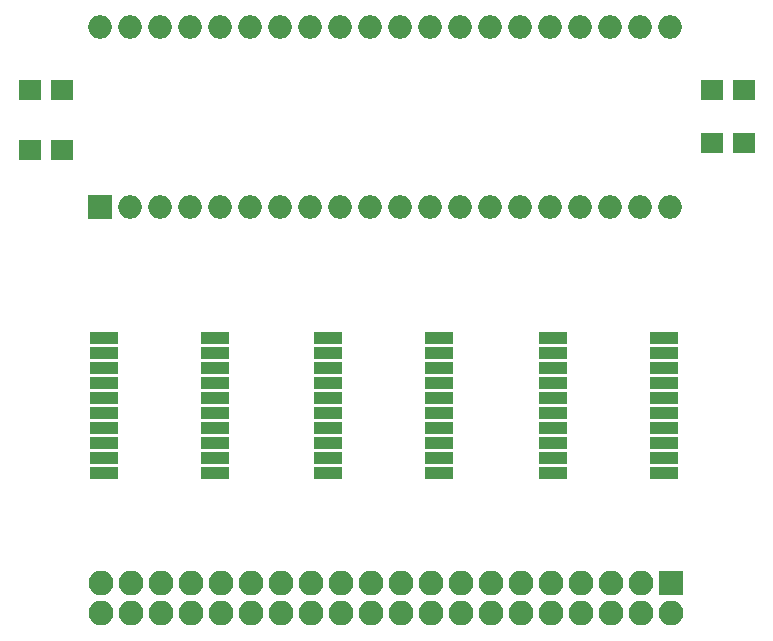
<source format=gbr>
G04 #@! TF.FileFunction,Soldermask,Top*
%FSLAX46Y46*%
G04 Gerber Fmt 4.6, Leading zero omitted, Abs format (unit mm)*
G04 Created by KiCad (PCBNEW 4.0.7) date 01/21/18 21:19:11*
%MOMM*%
%LPD*%
G01*
G04 APERTURE LIST*
%ADD10C,0.100000*%
%ADD11R,2.000000X2.000000*%
%ADD12O,2.000000X2.000000*%
%ADD13R,2.100000X2.100000*%
%ADD14O,2.100000X2.100000*%
%ADD15R,2.350000X1.000000*%
%ADD16R,1.900000X1.700000*%
G04 APERTURE END LIST*
D10*
D11*
X101092000Y-81026000D03*
D12*
X149352000Y-65786000D03*
X103632000Y-81026000D03*
X146812000Y-65786000D03*
X106172000Y-81026000D03*
X144272000Y-65786000D03*
X108712000Y-81026000D03*
X141732000Y-65786000D03*
X111252000Y-81026000D03*
X139192000Y-65786000D03*
X113792000Y-81026000D03*
X136652000Y-65786000D03*
X116332000Y-81026000D03*
X134112000Y-65786000D03*
X118872000Y-81026000D03*
X131572000Y-65786000D03*
X121412000Y-81026000D03*
X129032000Y-65786000D03*
X123952000Y-81026000D03*
X126492000Y-65786000D03*
X126492000Y-81026000D03*
X123952000Y-65786000D03*
X129032000Y-81026000D03*
X121412000Y-65786000D03*
X131572000Y-81026000D03*
X118872000Y-65786000D03*
X134112000Y-81026000D03*
X116332000Y-65786000D03*
X136652000Y-81026000D03*
X113792000Y-65786000D03*
X139192000Y-81026000D03*
X111252000Y-65786000D03*
X141732000Y-81026000D03*
X108712000Y-65786000D03*
X144272000Y-81026000D03*
X106172000Y-65786000D03*
X146812000Y-81026000D03*
X103632000Y-65786000D03*
X149352000Y-81026000D03*
X101092000Y-65786000D03*
D13*
X149454000Y-112878000D03*
D14*
X149454000Y-115418000D03*
X146914000Y-112878000D03*
X146914000Y-115418000D03*
X144374000Y-112878000D03*
X144374000Y-115418000D03*
X141834000Y-112878000D03*
X141834000Y-115418000D03*
X139294000Y-112878000D03*
X139294000Y-115418000D03*
X136754000Y-112878000D03*
X136754000Y-115418000D03*
X134214000Y-112878000D03*
X134214000Y-115418000D03*
X131674000Y-112878000D03*
X131674000Y-115418000D03*
X129134000Y-112878000D03*
X129134000Y-115418000D03*
X126594000Y-112878000D03*
X126594000Y-115418000D03*
X124054000Y-112878000D03*
X124054000Y-115418000D03*
X121514000Y-112878000D03*
X121514000Y-115418000D03*
X118974000Y-112878000D03*
X118974000Y-115418000D03*
X116434000Y-112878000D03*
X116434000Y-115418000D03*
X113894000Y-112878000D03*
X113894000Y-115418000D03*
X111354000Y-112878000D03*
X111354000Y-115418000D03*
X108814000Y-112878000D03*
X108814000Y-115418000D03*
X106274000Y-112878000D03*
X106274000Y-115418000D03*
X103734000Y-112878000D03*
X103734000Y-115418000D03*
X101194000Y-112878000D03*
X101194000Y-115418000D03*
D15*
X139445000Y-92075000D03*
X139445000Y-93345000D03*
X139445000Y-94615000D03*
X139445000Y-95885000D03*
X139445000Y-97155000D03*
X139445000Y-98425000D03*
X139445000Y-99695000D03*
X139445000Y-100965000D03*
X139445000Y-102235000D03*
X139445000Y-103505000D03*
X148845000Y-103505000D03*
X148845000Y-102235000D03*
X148845000Y-100965000D03*
X148845000Y-99695000D03*
X148845000Y-98425000D03*
X148845000Y-97155000D03*
X148845000Y-95885000D03*
X148845000Y-94615000D03*
X148845000Y-93345000D03*
X148845000Y-92075000D03*
X101472000Y-92075000D03*
X101472000Y-93345000D03*
X101472000Y-94615000D03*
X101472000Y-95885000D03*
X101472000Y-97155000D03*
X101472000Y-98425000D03*
X101472000Y-99695000D03*
X101472000Y-100965000D03*
X101472000Y-102235000D03*
X101472000Y-103505000D03*
X110872000Y-103505000D03*
X110872000Y-102235000D03*
X110872000Y-100965000D03*
X110872000Y-99695000D03*
X110872000Y-98425000D03*
X110872000Y-97155000D03*
X110872000Y-95885000D03*
X110872000Y-94615000D03*
X110872000Y-93345000D03*
X110872000Y-92075000D03*
X120395000Y-92075000D03*
X120395000Y-93345000D03*
X120395000Y-94615000D03*
X120395000Y-95885000D03*
X120395000Y-97155000D03*
X120395000Y-98425000D03*
X120395000Y-99695000D03*
X120395000Y-100965000D03*
X120395000Y-102235000D03*
X120395000Y-103505000D03*
X129795000Y-103505000D03*
X129795000Y-102235000D03*
X129795000Y-100965000D03*
X129795000Y-99695000D03*
X129795000Y-98425000D03*
X129795000Y-97155000D03*
X129795000Y-95885000D03*
X129795000Y-94615000D03*
X129795000Y-93345000D03*
X129795000Y-92075000D03*
D16*
X97870000Y-76200000D03*
X95170000Y-76200000D03*
X97870000Y-71120000D03*
X95170000Y-71120000D03*
X152955000Y-75565000D03*
X155655000Y-75565000D03*
X152955000Y-71120000D03*
X155655000Y-71120000D03*
M02*

</source>
